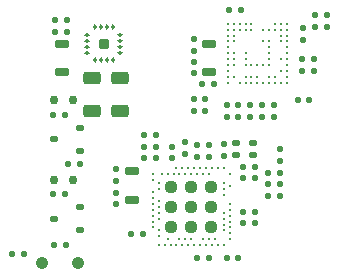
<source format=gbr>
%TF.GenerationSoftware,Altium Limited,Altium Designer,24.3.1 (35)*%
G04 Layer_Color=8421504*
%FSLAX45Y45*%
%MOMM*%
%TF.SameCoordinates,49A6F1C3-9DA9-4727-8ECF-3BB51FF8743F*%
%TF.FilePolarity,Positive*%
%TF.FileFunction,Paste,Top*%
%TF.Part,Single*%
G01*
G75*
%TA.AperFunction,BGAPad,CuDef*%
%ADD14C,0.26000*%
%TA.AperFunction,SMDPad,CuDef*%
%ADD15O,0.12500X0.12560*%
%TA.AperFunction,BGAPad,CuDef*%
%ADD16C,0.22000*%
%TA.AperFunction,SMDPad,CuDef*%
%ADD17C,0.12500*%
%TA.AperFunction,BGAPad,SMDef*%
%ADD25C,0.25000*%
%TA.AperFunction,BGAPad,CuDef*%
%ADD26C,0.25000*%
%ADD27C,0.12500*%
%TA.AperFunction,SMDPad,CuDef*%
G04:AMPARAMS|DCode=64|XSize=0.53666mm|YSize=0.53666mm|CornerRadius=0.11833mm|HoleSize=0mm|Usage=FLASHONLY|Rotation=270.000|XOffset=0mm|YOffset=0mm|HoleType=Round|Shape=RoundedRectangle|*
%AMROUNDEDRECTD64*
21,1,0.53666,0.30000,0,0,270.0*
21,1,0.30000,0.53666,0,0,270.0*
1,1,0.23666,-0.15000,-0.15000*
1,1,0.23666,-0.15000,0.15000*
1,1,0.23666,0.15000,0.15000*
1,1,0.23666,0.15000,-0.15000*
%
%ADD64ROUNDEDRECTD64*%
%TA.AperFunction,OtherPad,Free Pad (15.8mm,9.2mm)*%
G04:AMPARAMS|DCode=65|XSize=1.1mm|YSize=1.1mm|CornerRadius=0.495mm|HoleSize=0mm|Usage=FLASHONLY|Rotation=90.000|XOffset=0mm|YOffset=0mm|HoleType=Round|Shape=RoundedRectangle|*
%AMROUNDEDRECTD65*
21,1,1.10000,0.11000,0,0,90.0*
21,1,0.11000,1.10000,0,0,90.0*
1,1,0.99000,0.05500,0.05500*
1,1,0.99000,0.05500,-0.05500*
1,1,0.99000,-0.05500,-0.05500*
1,1,0.99000,-0.05500,0.05500*
%
%ADD65ROUNDEDRECTD65*%
%TA.AperFunction,OtherPad,Free Pad (15.8mm,5.8mm)*%
G04:AMPARAMS|DCode=66|XSize=1.1mm|YSize=1.1mm|CornerRadius=0.495mm|HoleSize=0mm|Usage=FLASHONLY|Rotation=180.000|XOffset=0mm|YOffset=0mm|HoleType=Round|Shape=RoundedRectangle|*
%AMROUNDEDRECTD66*
21,1,1.10000,0.11000,0,0,180.0*
21,1,0.11000,1.10000,0,0,180.0*
1,1,0.99000,-0.05500,0.05500*
1,1,0.99000,0.05500,0.05500*
1,1,0.99000,0.05500,-0.05500*
1,1,0.99000,-0.05500,-0.05500*
%
%ADD66ROUNDEDRECTD66*%
%TA.AperFunction,OtherPad,Free Pad (19.2mm,5.8mm)*%
G04:AMPARAMS|DCode=67|XSize=1.1mm|YSize=1.1mm|CornerRadius=0.495mm|HoleSize=0mm|Usage=FLASHONLY|Rotation=270.000|XOffset=0mm|YOffset=0mm|HoleType=Round|Shape=RoundedRectangle|*
%AMROUNDEDRECTD67*
21,1,1.10000,0.11000,0,0,270.0*
21,1,0.11000,1.10000,0,0,270.0*
1,1,0.99000,-0.05500,-0.05500*
1,1,0.99000,-0.05500,0.05500*
1,1,0.99000,0.05500,0.05500*
1,1,0.99000,0.05500,-0.05500*
%
%ADD67ROUNDEDRECTD67*%
%TA.AperFunction,OtherPad,Free Pad (19.2mm,9.2mm)*%
G04:AMPARAMS|DCode=68|XSize=1.1mm|YSize=1.1mm|CornerRadius=0.495mm|HoleSize=0mm|Usage=FLASHONLY|Rotation=0.000|XOffset=0mm|YOffset=0mm|HoleType=Round|Shape=RoundedRectangle|*
%AMROUNDEDRECTD68*
21,1,1.10000,0.11000,0,0,0.0*
21,1,0.11000,1.10000,0,0,0.0*
1,1,0.99000,0.05500,-0.05500*
1,1,0.99000,-0.05500,-0.05500*
1,1,0.99000,-0.05500,0.05500*
1,1,0.99000,0.05500,0.05500*
%
%ADD68ROUNDEDRECTD68*%
%TA.AperFunction,OtherPad,Free Pad (17.5mm,9.2mm)*%
G04:AMPARAMS|DCode=69|XSize=1.1mm|YSize=1.1mm|CornerRadius=0.495mm|HoleSize=0mm|Usage=FLASHONLY|Rotation=0.000|XOffset=0mm|YOffset=0mm|HoleType=Round|Shape=RoundedRectangle|*
%AMROUNDEDRECTD69*
21,1,1.10000,0.11000,0,0,0.0*
21,1,0.11000,1.10000,0,0,0.0*
1,1,0.99000,0.05500,-0.05500*
1,1,0.99000,-0.05500,-0.05500*
1,1,0.99000,-0.05500,0.05500*
1,1,0.99000,0.05500,0.05500*
%
%ADD69ROUNDEDRECTD69*%
%TA.AperFunction,OtherPad,Free Pad (15.8mm,7.5mm)*%
G04:AMPARAMS|DCode=70|XSize=1.1mm|YSize=1.1mm|CornerRadius=0.495mm|HoleSize=0mm|Usage=FLASHONLY|Rotation=0.000|XOffset=0mm|YOffset=0mm|HoleType=Round|Shape=RoundedRectangle|*
%AMROUNDEDRECTD70*
21,1,1.10000,0.11000,0,0,0.0*
21,1,0.11000,1.10000,0,0,0.0*
1,1,0.99000,0.05500,-0.05500*
1,1,0.99000,-0.05500,-0.05500*
1,1,0.99000,-0.05500,0.05500*
1,1,0.99000,0.05500,0.05500*
%
%ADD70ROUNDEDRECTD70*%
%TA.AperFunction,OtherPad,Free Pad (17.5mm,5.8mm)*%
G04:AMPARAMS|DCode=71|XSize=1.1mm|YSize=1.1mm|CornerRadius=0.495mm|HoleSize=0mm|Usage=FLASHONLY|Rotation=0.000|XOffset=0mm|YOffset=0mm|HoleType=Round|Shape=RoundedRectangle|*
%AMROUNDEDRECTD71*
21,1,1.10000,0.11000,0,0,0.0*
21,1,0.11000,1.10000,0,0,0.0*
1,1,0.99000,0.05500,-0.05500*
1,1,0.99000,-0.05500,-0.05500*
1,1,0.99000,-0.05500,0.05500*
1,1,0.99000,0.05500,0.05500*
%
%ADD71ROUNDEDRECTD71*%
%TA.AperFunction,OtherPad,Free Pad (19.2mm,7.5mm)*%
G04:AMPARAMS|DCode=72|XSize=1.1mm|YSize=1.1mm|CornerRadius=0.495mm|HoleSize=0mm|Usage=FLASHONLY|Rotation=0.000|XOffset=0mm|YOffset=0mm|HoleType=Round|Shape=RoundedRectangle|*
%AMROUNDEDRECTD72*
21,1,1.10000,0.11000,0,0,0.0*
21,1,0.11000,1.10000,0,0,0.0*
1,1,0.99000,0.05500,-0.05500*
1,1,0.99000,-0.05500,-0.05500*
1,1,0.99000,-0.05500,0.05500*
1,1,0.99000,0.05500,0.05500*
%
%ADD72ROUNDEDRECTD72*%
%TA.AperFunction,OtherPad,Free Pad (17.5mm,7.5mm)*%
G04:AMPARAMS|DCode=73|XSize=1.1mm|YSize=1.1mm|CornerRadius=0.495mm|HoleSize=0mm|Usage=FLASHONLY|Rotation=0.000|XOffset=0mm|YOffset=0mm|HoleType=Round|Shape=RoundedRectangle|*
%AMROUNDEDRECTD73*
21,1,1.10000,0.11000,0,0,0.0*
21,1,0.11000,1.10000,0,0,0.0*
1,1,0.99000,0.05500,-0.05500*
1,1,0.99000,-0.05500,-0.05500*
1,1,0.99000,-0.05500,0.05500*
1,1,0.99000,0.05500,0.05500*
%
%ADD73ROUNDEDRECTD73*%
%TA.AperFunction,OtherPad,Free Pad (8.7mm,20.55mm)*%
G04:AMPARAMS|DCode=74|XSize=0.44mm|YSize=0.27mm|CornerRadius=0.1215mm|HoleSize=0mm|Usage=FLASHONLY|Rotation=0.000|XOffset=0mm|YOffset=0mm|HoleType=Round|Shape=RoundedRectangle|*
%AMROUNDEDRECTD74*
21,1,0.44000,0.02700,0,0,0.0*
21,1,0.19700,0.27000,0,0,0.0*
1,1,0.24300,0.09850,-0.01350*
1,1,0.24300,-0.09850,-0.01350*
1,1,0.24300,-0.09850,0.01350*
1,1,0.24300,0.09850,0.01350*
%
%ADD74ROUNDEDRECTD74*%
%TA.AperFunction,OtherPad,Free Pad (8.7mm,21.05mm)*%
G04:AMPARAMS|DCode=75|XSize=0.44mm|YSize=0.27mm|CornerRadius=0.1215mm|HoleSize=0mm|Usage=FLASHONLY|Rotation=0.000|XOffset=0mm|YOffset=0mm|HoleType=Round|Shape=RoundedRectangle|*
%AMROUNDEDRECTD75*
21,1,0.44000,0.02700,0,0,0.0*
21,1,0.19700,0.27000,0,0,0.0*
1,1,0.24300,0.09850,-0.01350*
1,1,0.24300,-0.09850,-0.01350*
1,1,0.24300,-0.09850,0.01350*
1,1,0.24300,0.09850,0.01350*
%
%ADD75ROUNDEDRECTD75*%
%TA.AperFunction,OtherPad,Free Pad (8.7mm,21.55mm)*%
G04:AMPARAMS|DCode=76|XSize=0.44mm|YSize=0.27mm|CornerRadius=0.1215mm|HoleSize=0mm|Usage=FLASHONLY|Rotation=0.000|XOffset=0mm|YOffset=0mm|HoleType=Round|Shape=RoundedRectangle|*
%AMROUNDEDRECTD76*
21,1,0.44000,0.02700,0,0,0.0*
21,1,0.19700,0.27000,0,0,0.0*
1,1,0.24300,0.09850,-0.01350*
1,1,0.24300,-0.09850,-0.01350*
1,1,0.24300,-0.09850,0.01350*
1,1,0.24300,0.09850,0.01350*
%
%ADD76ROUNDEDRECTD76*%
%TA.AperFunction,OtherPad,Free Pad (8.7mm,22.05mm)*%
G04:AMPARAMS|DCode=77|XSize=0.44mm|YSize=0.27mm|CornerRadius=0.1215mm|HoleSize=0mm|Usage=FLASHONLY|Rotation=0.000|XOffset=0mm|YOffset=0mm|HoleType=Round|Shape=RoundedRectangle|*
%AMROUNDEDRECTD77*
21,1,0.44000,0.02700,0,0,0.0*
21,1,0.19700,0.27000,0,0,0.0*
1,1,0.24300,0.09850,-0.01350*
1,1,0.24300,-0.09850,-0.01350*
1,1,0.24300,-0.09850,0.01350*
1,1,0.24300,0.09850,0.01350*
%
%ADD77ROUNDEDRECTD77*%
%TA.AperFunction,OtherPad,Free Pad (9.35mm,22.7mm)*%
G04:AMPARAMS|DCode=78|XSize=0.44mm|YSize=0.27mm|CornerRadius=0.1215mm|HoleSize=0mm|Usage=FLASHONLY|Rotation=270.000|XOffset=0mm|YOffset=0mm|HoleType=Round|Shape=RoundedRectangle|*
%AMROUNDEDRECTD78*
21,1,0.44000,0.02700,0,0,270.0*
21,1,0.19700,0.27000,0,0,270.0*
1,1,0.24300,-0.01350,-0.09850*
1,1,0.24300,-0.01350,0.09850*
1,1,0.24300,0.01350,0.09850*
1,1,0.24300,0.01350,-0.09850*
%
%ADD78ROUNDEDRECTD78*%
%TA.AperFunction,OtherPad,Free Pad (9.85mm,22.7mm)*%
G04:AMPARAMS|DCode=79|XSize=0.44mm|YSize=0.27mm|CornerRadius=0.1215mm|HoleSize=0mm|Usage=FLASHONLY|Rotation=270.000|XOffset=0mm|YOffset=0mm|HoleType=Round|Shape=RoundedRectangle|*
%AMROUNDEDRECTD79*
21,1,0.44000,0.02700,0,0,270.0*
21,1,0.19700,0.27000,0,0,270.0*
1,1,0.24300,-0.01350,-0.09850*
1,1,0.24300,-0.01350,0.09850*
1,1,0.24300,0.01350,0.09850*
1,1,0.24300,0.01350,-0.09850*
%
%ADD79ROUNDEDRECTD79*%
%TA.AperFunction,OtherPad,Free Pad (10.35mm,22.7mm)*%
G04:AMPARAMS|DCode=80|XSize=0.44mm|YSize=0.27mm|CornerRadius=0.1215mm|HoleSize=0mm|Usage=FLASHONLY|Rotation=270.000|XOffset=0mm|YOffset=0mm|HoleType=Round|Shape=RoundedRectangle|*
%AMROUNDEDRECTD80*
21,1,0.44000,0.02700,0,0,270.0*
21,1,0.19700,0.27000,0,0,270.0*
1,1,0.24300,-0.01350,-0.09850*
1,1,0.24300,-0.01350,0.09850*
1,1,0.24300,0.01350,0.09850*
1,1,0.24300,0.01350,-0.09850*
%
%ADD80ROUNDEDRECTD80*%
%TA.AperFunction,OtherPad,Free Pad (10.85mm,22.7mm)*%
G04:AMPARAMS|DCode=81|XSize=0.44mm|YSize=0.27mm|CornerRadius=0.1215mm|HoleSize=0mm|Usage=FLASHONLY|Rotation=270.000|XOffset=0mm|YOffset=0mm|HoleType=Round|Shape=RoundedRectangle|*
%AMROUNDEDRECTD81*
21,1,0.44000,0.02700,0,0,270.0*
21,1,0.19700,0.27000,0,0,270.0*
1,1,0.24300,-0.01350,-0.09850*
1,1,0.24300,-0.01350,0.09850*
1,1,0.24300,0.01350,0.09850*
1,1,0.24300,0.01350,-0.09850*
%
%ADD81ROUNDEDRECTD81*%
%TA.AperFunction,OtherPad,Free Pad (11.5mm,22.05mm)*%
G04:AMPARAMS|DCode=82|XSize=0.44mm|YSize=0.27mm|CornerRadius=0.1215mm|HoleSize=0mm|Usage=FLASHONLY|Rotation=180.000|XOffset=0mm|YOffset=0mm|HoleType=Round|Shape=RoundedRectangle|*
%AMROUNDEDRECTD82*
21,1,0.44000,0.02700,0,0,180.0*
21,1,0.19700,0.27000,0,0,180.0*
1,1,0.24300,-0.09850,0.01350*
1,1,0.24300,0.09850,0.01350*
1,1,0.24300,0.09850,-0.01350*
1,1,0.24300,-0.09850,-0.01350*
%
%ADD82ROUNDEDRECTD82*%
%TA.AperFunction,OtherPad,Free Pad (11.5mm,21.55mm)*%
G04:AMPARAMS|DCode=83|XSize=0.44mm|YSize=0.27mm|CornerRadius=0.1215mm|HoleSize=0mm|Usage=FLASHONLY|Rotation=180.000|XOffset=0mm|YOffset=0mm|HoleType=Round|Shape=RoundedRectangle|*
%AMROUNDEDRECTD83*
21,1,0.44000,0.02700,0,0,180.0*
21,1,0.19700,0.27000,0,0,180.0*
1,1,0.24300,-0.09850,0.01350*
1,1,0.24300,0.09850,0.01350*
1,1,0.24300,0.09850,-0.01350*
1,1,0.24300,-0.09850,-0.01350*
%
%ADD83ROUNDEDRECTD83*%
%TA.AperFunction,OtherPad,Free Pad (11.5mm,21.05mm)*%
G04:AMPARAMS|DCode=84|XSize=0.44mm|YSize=0.27mm|CornerRadius=0.1215mm|HoleSize=0mm|Usage=FLASHONLY|Rotation=180.000|XOffset=0mm|YOffset=0mm|HoleType=Round|Shape=RoundedRectangle|*
%AMROUNDEDRECTD84*
21,1,0.44000,0.02700,0,0,180.0*
21,1,0.19700,0.27000,0,0,180.0*
1,1,0.24300,-0.09850,0.01350*
1,1,0.24300,0.09850,0.01350*
1,1,0.24300,0.09850,-0.01350*
1,1,0.24300,-0.09850,-0.01350*
%
%ADD84ROUNDEDRECTD84*%
%TA.AperFunction,OtherPad,Free Pad (11.5mm,20.55mm)*%
G04:AMPARAMS|DCode=85|XSize=0.44mm|YSize=0.27mm|CornerRadius=0.1215mm|HoleSize=0mm|Usage=FLASHONLY|Rotation=180.000|XOffset=0mm|YOffset=0mm|HoleType=Round|Shape=RoundedRectangle|*
%AMROUNDEDRECTD85*
21,1,0.44000,0.02700,0,0,180.0*
21,1,0.19700,0.27000,0,0,180.0*
1,1,0.24300,-0.09850,0.01350*
1,1,0.24300,0.09850,0.01350*
1,1,0.24300,0.09850,-0.01350*
1,1,0.24300,-0.09850,-0.01350*
%
%ADD85ROUNDEDRECTD85*%
%TA.AperFunction,OtherPad,Free Pad (10.85mm,19.9mm)*%
G04:AMPARAMS|DCode=86|XSize=0.44mm|YSize=0.27mm|CornerRadius=0.1215mm|HoleSize=0mm|Usage=FLASHONLY|Rotation=90.000|XOffset=0mm|YOffset=0mm|HoleType=Round|Shape=RoundedRectangle|*
%AMROUNDEDRECTD86*
21,1,0.44000,0.02700,0,0,90.0*
21,1,0.19700,0.27000,0,0,90.0*
1,1,0.24300,0.01350,0.09850*
1,1,0.24300,0.01350,-0.09850*
1,1,0.24300,-0.01350,-0.09850*
1,1,0.24300,-0.01350,0.09850*
%
%ADD86ROUNDEDRECTD86*%
%TA.AperFunction,OtherPad,Free Pad (10.35mm,19.9mm)*%
G04:AMPARAMS|DCode=87|XSize=0.44mm|YSize=0.27mm|CornerRadius=0.1215mm|HoleSize=0mm|Usage=FLASHONLY|Rotation=90.000|XOffset=0mm|YOffset=0mm|HoleType=Round|Shape=RoundedRectangle|*
%AMROUNDEDRECTD87*
21,1,0.44000,0.02700,0,0,90.0*
21,1,0.19700,0.27000,0,0,90.0*
1,1,0.24300,0.01350,0.09850*
1,1,0.24300,0.01350,-0.09850*
1,1,0.24300,-0.01350,-0.09850*
1,1,0.24300,-0.01350,0.09850*
%
%ADD87ROUNDEDRECTD87*%
%TA.AperFunction,OtherPad,Free Pad (9.85mm,19.9mm)*%
G04:AMPARAMS|DCode=88|XSize=0.44mm|YSize=0.27mm|CornerRadius=0.1215mm|HoleSize=0mm|Usage=FLASHONLY|Rotation=90.000|XOffset=0mm|YOffset=0mm|HoleType=Round|Shape=RoundedRectangle|*
%AMROUNDEDRECTD88*
21,1,0.44000,0.02700,0,0,90.0*
21,1,0.19700,0.27000,0,0,90.0*
1,1,0.24300,0.01350,0.09850*
1,1,0.24300,0.01350,-0.09850*
1,1,0.24300,-0.01350,-0.09850*
1,1,0.24300,-0.01350,0.09850*
%
%ADD88ROUNDEDRECTD88*%
%TA.AperFunction,OtherPad,Free Pad (9.35mm,19.9mm)*%
G04:AMPARAMS|DCode=89|XSize=0.44mm|YSize=0.27mm|CornerRadius=0.1215mm|HoleSize=0mm|Usage=FLASHONLY|Rotation=90.000|XOffset=0mm|YOffset=0mm|HoleType=Round|Shape=RoundedRectangle|*
%AMROUNDEDRECTD89*
21,1,0.44000,0.02700,0,0,90.0*
21,1,0.19700,0.27000,0,0,90.0*
1,1,0.24300,0.01350,0.09850*
1,1,0.24300,0.01350,-0.09850*
1,1,0.24300,-0.01350,-0.09850*
1,1,0.24300,-0.01350,0.09850*
%
%ADD89ROUNDEDRECTD89*%
%TA.AperFunction,OtherPad,Free Pad (7.5mm,16.5mm)*%
G04:AMPARAMS|DCode=90|XSize=0.73mm|YSize=0.73mm|CornerRadius=0.3285mm|HoleSize=0mm|Usage=FLASHONLY|Rotation=0.000|XOffset=0mm|YOffset=0mm|HoleType=Round|Shape=RoundedRectangle|*
%AMROUNDEDRECTD90*
21,1,0.73000,0.07300,0,0,0.0*
21,1,0.07300,0.73000,0,0,0.0*
1,1,0.65700,0.03650,-0.03650*
1,1,0.65700,-0.03650,-0.03650*
1,1,0.65700,-0.03650,0.03650*
1,1,0.65700,0.03650,0.03650*
%
%ADD90ROUNDEDRECTD90*%
%TA.AperFunction,OtherPad,Free Pad (5.9mm,16.5mm)*%
G04:AMPARAMS|DCode=91|XSize=0.73mm|YSize=0.73mm|CornerRadius=0.3285mm|HoleSize=0mm|Usage=FLASHONLY|Rotation=0.000|XOffset=0mm|YOffset=0mm|HoleType=Round|Shape=RoundedRectangle|*
%AMROUNDEDRECTD91*
21,1,0.73000,0.07300,0,0,0.0*
21,1,0.07300,0.73000,0,0,0.0*
1,1,0.65700,0.03650,-0.03650*
1,1,0.65700,-0.03650,-0.03650*
1,1,0.65700,-0.03650,0.03650*
1,1,0.65700,0.03650,0.03650*
%
%ADD91ROUNDEDRECTD91*%
%TA.AperFunction,OtherPad,Free Pad (4.9mm,2.7mm)*%
G04:AMPARAMS|DCode=92|XSize=1mm|YSize=1mm|CornerRadius=0.45mm|HoleSize=0mm|Usage=FLASHONLY|Rotation=0.000|XOffset=0mm|YOffset=0mm|HoleType=Round|Shape=RoundedRectangle|*
%AMROUNDEDRECTD92*
21,1,1.00000,0.10000,0,0,0.0*
21,1,0.10000,1.00000,0,0,0.0*
1,1,0.90000,0.05000,-0.05000*
1,1,0.90000,-0.05000,-0.05000*
1,1,0.90000,-0.05000,0.05000*
1,1,0.90000,0.05000,0.05000*
%
%ADD92ROUNDEDRECTD92*%
%TA.AperFunction,OtherPad,Free Pad (7.9mm,2.7mm)*%
G04:AMPARAMS|DCode=93|XSize=1mm|YSize=1mm|CornerRadius=0.45mm|HoleSize=0mm|Usage=FLASHONLY|Rotation=0.000|XOffset=0mm|YOffset=0mm|HoleType=Round|Shape=RoundedRectangle|*
%AMROUNDEDRECTD93*
21,1,1.00000,0.10000,0,0,0.0*
21,1,0.10000,1.00000,0,0,0.0*
1,1,0.90000,0.05000,-0.05000*
1,1,0.90000,-0.05000,-0.05000*
1,1,0.90000,-0.05000,0.05000*
1,1,0.90000,0.05000,0.05000*
%
%ADD93ROUNDEDRECTD93*%
%TA.AperFunction,OtherPad,Free Pad (5.9mm,9.8mm)*%
G04:AMPARAMS|DCode=94|XSize=0.73mm|YSize=0.73mm|CornerRadius=0.3285mm|HoleSize=0mm|Usage=FLASHONLY|Rotation=0.000|XOffset=0mm|YOffset=0mm|HoleType=Round|Shape=RoundedRectangle|*
%AMROUNDEDRECTD94*
21,1,0.73000,0.07300,0,0,0.0*
21,1,0.07300,0.73000,0,0,0.0*
1,1,0.65700,0.03650,-0.03650*
1,1,0.65700,-0.03650,-0.03650*
1,1,0.65700,-0.03650,0.03650*
1,1,0.65700,0.03650,0.03650*
%
%ADD94ROUNDEDRECTD94*%
%TA.AperFunction,OtherPad,Free Pad (7.5mm,9.8mm)*%
G04:AMPARAMS|DCode=95|XSize=0.73mm|YSize=0.73mm|CornerRadius=0.3285mm|HoleSize=0mm|Usage=FLASHONLY|Rotation=0.000|XOffset=0mm|YOffset=0mm|HoleType=Round|Shape=RoundedRectangle|*
%AMROUNDEDRECTD95*
21,1,0.73000,0.07300,0,0,0.0*
21,1,0.07300,0.73000,0,0,0.0*
1,1,0.65700,0.03650,-0.03650*
1,1,0.65700,-0.03650,-0.03650*
1,1,0.65700,-0.03650,0.03650*
1,1,0.65700,0.03650,0.03650*
%
%ADD95ROUNDEDRECTD95*%
%TA.AperFunction,SMDPad,CuDef*%
G04:AMPARAMS|DCode=96|XSize=0.53666mm|YSize=0.53666mm|CornerRadius=0.11833mm|HoleSize=0mm|Usage=FLASHONLY|Rotation=180.000|XOffset=0mm|YOffset=0mm|HoleType=Round|Shape=RoundedRectangle|*
%AMROUNDEDRECTD96*
21,1,0.53666,0.30000,0,0,180.0*
21,1,0.30000,0.53666,0,0,180.0*
1,1,0.23666,-0.15000,0.15000*
1,1,0.23666,0.15000,0.15000*
1,1,0.23666,0.15000,-0.15000*
1,1,0.23666,-0.15000,-0.15000*
%
%ADD96ROUNDEDRECTD96*%
G04:AMPARAMS|DCode=97|XSize=0.64749mm|YSize=1.19749mm|CornerRadius=0.12375mm|HoleSize=0mm|Usage=FLASHONLY|Rotation=270.000|XOffset=0mm|YOffset=0mm|HoleType=Round|Shape=RoundedRectangle|*
%AMROUNDEDRECTD97*
21,1,0.64749,0.95000,0,0,270.0*
21,1,0.40000,1.19749,0,0,270.0*
1,1,0.24749,-0.47500,-0.20000*
1,1,0.24749,-0.47500,0.20000*
1,1,0.24749,0.47500,0.20000*
1,1,0.24749,0.47500,-0.20000*
%
%ADD97ROUNDEDRECTD97*%
G04:AMPARAMS|DCode=98|XSize=0.79903mm|YSize=0.79903mm|CornerRadius=0.11702mm|HoleSize=0mm|Usage=FLASHONLY|Rotation=90.000|XOffset=0mm|YOffset=0mm|HoleType=Round|Shape=RoundedRectangle|*
%AMROUNDEDRECTD98*
21,1,0.79903,0.56500,0,0,90.0*
21,1,0.56500,0.79903,0,0,90.0*
1,1,0.23403,0.28250,0.28250*
1,1,0.23403,0.28250,-0.28250*
1,1,0.23403,-0.28250,-0.28250*
1,1,0.23403,-0.28250,0.28250*
%
%ADD98ROUNDEDRECTD98*%
G04:AMPARAMS|DCode=99|XSize=0.64419mm|YSize=0.5442mm|CornerRadius=0.1096mm|HoleSize=0mm|Usage=FLASHONLY|Rotation=0.000|XOffset=0mm|YOffset=0mm|HoleType=Round|Shape=RoundedRectangle|*
%AMROUNDEDRECTD99*
21,1,0.64419,0.32500,0,0,0.0*
21,1,0.42500,0.54420,0,0,0.0*
1,1,0.21919,0.21250,-0.16250*
1,1,0.21919,-0.21250,-0.16250*
1,1,0.21919,-0.21250,0.16250*
1,1,0.21919,0.21250,0.16250*
%
%ADD99ROUNDEDRECTD99*%
G04:AMPARAMS|DCode=100|XSize=0.51315mm|YSize=0.61315mm|CornerRadius=0.10658mm|HoleSize=0mm|Usage=FLASHONLY|Rotation=270.000|XOffset=0mm|YOffset=0mm|HoleType=Round|Shape=RoundedRectangle|*
%AMROUNDEDRECTD100*
21,1,0.51315,0.40000,0,0,270.0*
21,1,0.30000,0.61315,0,0,270.0*
1,1,0.21315,-0.20000,-0.15000*
1,1,0.21315,-0.20000,0.15000*
1,1,0.21315,0.20000,0.15000*
1,1,0.21315,0.20000,-0.15000*
%
%ADD100ROUNDEDRECTD100*%
G04:AMPARAMS|DCode=101|XSize=1.45862mm|YSize=1.05862mm|CornerRadius=0.21681mm|HoleSize=0mm|Usage=FLASHONLY|Rotation=180.000|XOffset=0mm|YOffset=0mm|HoleType=Round|Shape=RoundedRectangle|*
%AMROUNDEDRECTD101*
21,1,1.45862,0.62500,0,0,180.0*
21,1,1.02500,1.05862,0,0,180.0*
1,1,0.43362,-0.51250,0.31250*
1,1,0.43362,0.51250,0.31250*
1,1,0.43362,0.51250,-0.31250*
1,1,0.43362,-0.51250,-0.31250*
%
%ADD101ROUNDEDRECTD101*%
D14*
X2075000Y524999D02*
D03*
X2024995Y599999D02*
D03*
X2075000Y924999D02*
D03*
Y774999D02*
D03*
Y724999D02*
D03*
Y624999D02*
D03*
Y574999D02*
D03*
X2025000Y949999D02*
D03*
Y899999D02*
D03*
Y849999D02*
D03*
Y649999D02*
D03*
Y549999D02*
D03*
Y699999D02*
D03*
X1425000Y1024999D02*
D03*
Y974999D02*
D03*
X1475000Y949999D02*
D03*
Y899999D02*
D03*
X1425000Y874999D02*
D03*
Y824999D02*
D03*
X1475000Y799999D02*
D03*
X1425000Y774999D02*
D03*
X1475000Y749999D02*
D03*
X1425000Y724999D02*
D03*
Y674999D02*
D03*
X1475000Y645000D02*
D03*
X1425000Y624999D02*
D03*
Y574999D02*
D03*
X1475000Y549999D02*
D03*
Y499999D02*
D03*
X1800000Y1024999D02*
D03*
X1850000D02*
D03*
X1900000D02*
D03*
X2075000D02*
D03*
X1700000D02*
D03*
X1650000D02*
D03*
X1600000D02*
D03*
X1550000D02*
D03*
X1500000D02*
D03*
X1750000D02*
D03*
Y474999D02*
D03*
X1850000D02*
D03*
X1900000D02*
D03*
X1950000D02*
D03*
X2075000D02*
D03*
X1775000Y424999D02*
D03*
X1875000D02*
D03*
X2025000D02*
D03*
X1675000D02*
D03*
X1625000D02*
D03*
X1475000D02*
D03*
X1700000Y474999D02*
D03*
X1650000D02*
D03*
X1550000D02*
D03*
X1725000Y424999D02*
D03*
X1825000Y1074999D02*
D03*
X1875000D02*
D03*
X1925000D02*
D03*
X1975000D02*
D03*
X2025000D02*
D03*
X1675000D02*
D03*
X1475000Y699999D02*
D03*
D15*
X2075000Y824999D02*
D03*
D16*
Y674999D02*
D03*
X1725000Y1074999D02*
D03*
X1825000Y424999D02*
D03*
X1925000D02*
D03*
X1975000D02*
D03*
X1575000D02*
D03*
X1525000D02*
D03*
X1775000Y1074999D02*
D03*
X1625000D02*
D03*
X2360000Y2250000D02*
D03*
X2410000D02*
D03*
X2460000D02*
D03*
X2410000Y2150000D02*
D03*
X2060000Y2100000D02*
D03*
X2560000D02*
D03*
X2060000Y2050000D02*
D03*
X2410000D02*
D03*
X2560000D02*
D03*
X2210000Y2000000D02*
D03*
X2410000D02*
D03*
X2560000D02*
D03*
X2210000Y1950000D02*
D03*
X2260000D02*
D03*
X2310000D02*
D03*
X2360000D02*
D03*
X2560000D02*
D03*
X2210000Y1850000D02*
D03*
X2260000D02*
D03*
X2310000D02*
D03*
X2160000Y1800000D02*
D03*
X2210000D02*
D03*
D17*
X1475000Y850000D02*
D03*
X1800000Y474999D02*
D03*
D25*
X2060000Y2300000D02*
D03*
X2560000D02*
D03*
X2110000Y2250000D02*
D03*
Y1850000D02*
D03*
X2060000Y1800000D02*
D03*
X2560000D02*
D03*
X2510000Y2250000D02*
D03*
D26*
X2110000Y2300000D02*
D03*
X2160000D02*
D03*
X2210000D02*
D03*
X2260000D02*
D03*
X2460000D02*
D03*
X2510000D02*
D03*
X2060000Y2250000D02*
D03*
X2160000D02*
D03*
X2210000D02*
D03*
X2260000D02*
D03*
X2560000D02*
D03*
X2060000Y2200000D02*
D03*
X2110000D02*
D03*
X2510000D02*
D03*
X2560000D02*
D03*
X2060000Y2150000D02*
D03*
X2110000D02*
D03*
X2360000D02*
D03*
X2510000D02*
D03*
X2560000D02*
D03*
X2410000Y2100000D02*
D03*
X2110000Y2050000D02*
D03*
X2210000D02*
D03*
X2060000Y2000000D02*
D03*
X2110000D02*
D03*
X2510000D02*
D03*
X2060000Y1950000D02*
D03*
X2110000D02*
D03*
X2410000D02*
D03*
X2060000Y1900000D02*
D03*
X2510000D02*
D03*
X2560000D02*
D03*
X2060000Y1850000D02*
D03*
X2410000D02*
D03*
X2460000D02*
D03*
X2560000D02*
D03*
X2260000Y1800000D02*
D03*
X2310000D02*
D03*
X2360000D02*
D03*
X2410000D02*
D03*
X2460000D02*
D03*
X2510000D02*
D03*
D27*
X2310000Y2300000D02*
D03*
X2360000D02*
D03*
X2410000D02*
D03*
X2310000Y2250000D02*
D03*
X2210000Y2150000D02*
D03*
X2260000D02*
D03*
X2310000D02*
D03*
X2110000Y2100000D02*
D03*
X2210000D02*
D03*
X2510000D02*
D03*
Y2050000D02*
D03*
Y1950000D02*
D03*
X2110000Y1900000D02*
D03*
X2160000Y1850000D02*
D03*
X2360000D02*
D03*
X2110000Y1800000D02*
D03*
D64*
X2190000Y1090000D02*
D03*
X2290000D02*
D03*
Y610000D02*
D03*
X2190000D02*
D03*
X2690000Y1900000D02*
D03*
X2790000D02*
D03*
X580000Y1530000D02*
D03*
X680000D02*
D03*
X2650000Y1650000D02*
D03*
X2750000D02*
D03*
X810000Y1110000D02*
D03*
X710000D02*
D03*
X2790000Y2000000D02*
D03*
X2690000D02*
D03*
X690000Y430000D02*
D03*
X590000D02*
D03*
X580000Y860000D02*
D03*
X680000D02*
D03*
X2400000Y1040000D02*
D03*
X2500000D02*
D03*
X2190000Y990000D02*
D03*
X2290000D02*
D03*
X2190000Y710000D02*
D03*
X2290000D02*
D03*
X1900000Y1169999D02*
D03*
X1800000D02*
D03*
X1900000Y1269999D02*
D03*
X1800000D02*
D03*
X2050000Y320000D02*
D03*
X2150000D02*
D03*
X1450000Y1360000D02*
D03*
X1350000D02*
D03*
X700000Y2230000D02*
D03*
X600000D02*
D03*
X700000Y2330000D02*
D03*
X600000D02*
D03*
X1940000Y1790000D02*
D03*
X1840000D02*
D03*
X2069800Y2415903D02*
D03*
X2169800D02*
D03*
X1800000Y320000D02*
D03*
X1900000D02*
D03*
X230000Y350000D02*
D03*
X330000D02*
D03*
X1340000Y519999D02*
D03*
X1240000D02*
D03*
D65*
X1580000Y919999D02*
D03*
D66*
Y579999D02*
D03*
D67*
X1920000D02*
D03*
D68*
Y919999D02*
D03*
D69*
X1750000D02*
D03*
D70*
X1580000Y749999D02*
D03*
D71*
X1750000Y579999D02*
D03*
D72*
X1920000Y749999D02*
D03*
D73*
X1750000D02*
D03*
D74*
X870000Y2055000D02*
D03*
D75*
Y2105000D02*
D03*
D76*
Y2155000D02*
D03*
D77*
Y2205000D02*
D03*
D78*
X935000Y2270000D02*
D03*
D79*
X985000D02*
D03*
D80*
X1035000D02*
D03*
D81*
X1085000D02*
D03*
D82*
X1150000Y2205000D02*
D03*
D83*
Y2155000D02*
D03*
D84*
Y2105000D02*
D03*
D85*
Y2055000D02*
D03*
D86*
X1085000Y1990000D02*
D03*
D87*
X1035000D02*
D03*
D88*
X985000D02*
D03*
D89*
X935000D02*
D03*
D90*
X750000Y1650000D02*
D03*
D91*
X590000D02*
D03*
D92*
X490000Y270000D02*
D03*
D93*
X790000D02*
D03*
D94*
X590000Y980000D02*
D03*
D95*
X750000D02*
D03*
D96*
X2500000Y840000D02*
D03*
Y940000D02*
D03*
X2150000Y1510000D02*
D03*
Y1610000D02*
D03*
X2350000D02*
D03*
Y1510000D02*
D03*
X2050000D02*
D03*
Y1610000D02*
D03*
X2900000Y2370000D02*
D03*
Y2270000D02*
D03*
X2800000Y2370000D02*
D03*
Y2270000D02*
D03*
X2250000Y1610000D02*
D03*
Y1510000D02*
D03*
X2450000Y1610000D02*
D03*
Y1510000D02*
D03*
X1700000Y1299999D02*
D03*
Y1200000D02*
D03*
X1870000Y1660000D02*
D03*
Y1560000D02*
D03*
X2500000Y1140000D02*
D03*
Y1240000D02*
D03*
X2400000Y840000D02*
D03*
Y940000D02*
D03*
X1590000Y1160000D02*
D03*
Y1260000D02*
D03*
X1350000Y1160000D02*
D03*
Y1260000D02*
D03*
X1110000Y870000D02*
D03*
Y770000D02*
D03*
Y970000D02*
D03*
Y1069999D02*
D03*
X2030000Y1180000D02*
D03*
Y1280000D02*
D03*
X1450000Y1160000D02*
D03*
Y1260000D02*
D03*
X1770000Y1660000D02*
D03*
Y1560000D02*
D03*
X2700000Y2260000D02*
D03*
Y2160000D02*
D03*
X1770000Y1880000D02*
D03*
Y1980000D02*
D03*
Y2170000D02*
D03*
Y2070000D02*
D03*
D97*
X660000Y2130000D02*
D03*
Y1890000D02*
D03*
X1900000D02*
D03*
Y2130000D02*
D03*
X1250000Y1049999D02*
D03*
Y809999D02*
D03*
D98*
X1010000Y2130000D02*
D03*
D99*
X2130000Y1190000D02*
D03*
X2270000D02*
D03*
Y1290000D02*
D03*
X2130000D02*
D03*
D100*
X810000Y1225000D02*
D03*
Y1415000D02*
D03*
X590000Y1320000D02*
D03*
X810000Y555000D02*
D03*
Y745000D02*
D03*
X590000Y650000D02*
D03*
D101*
X1150000Y1840000D02*
D03*
Y1560000D02*
D03*
X910000D02*
D03*
Y1840000D02*
D03*
%TF.MD5,b7d4e3f2052dbc751a56597fe5cee221*%
M02*

</source>
